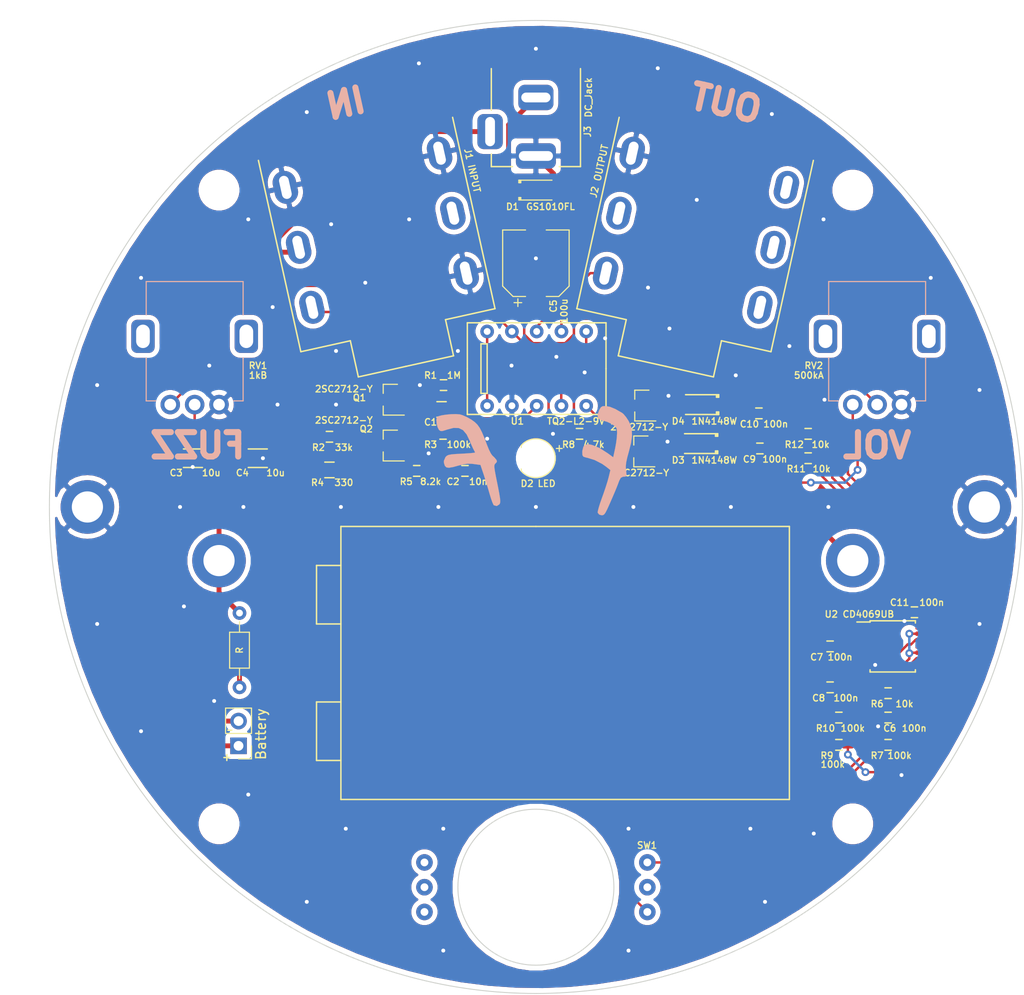
<source format=kicad_pcb>
(kicad_pcb (version 20171130) (host pcbnew "(5.1.6)-1")
  (layers (0 F.Cu signal) (31 B.Cu signal) (34 B.Paste user) (35 F.Paste user) (36 B.SilkS user) (37 F.SilkS user) (38 B.Mask user) (39 F.Mask user) (44 Edge.Cuts user))
  (net 0 "")
  (net 1 "Net-(BT1-Pad1)")
  (net 2 /BATT-)
  (net 3 "Net-(C1-Pad1)")
  (net 4 "Net-(C1-Pad2)")
  (net 5 "Net-(C2-Pad1)")
  (net 6 "Net-(C2-Pad2)")
  (net 7 "Net-(C3-Pad1)")
  (net 8 GND)
  (net 9 +9V)
  (net 10 "Net-(C6-Pad1)")
  (net 11 "Net-(C7-Pad2)")
  (net 12 "Net-(C7-Pad1)")
  (net 13 "Net-(C8-Pad2)")
  (net 14 "Net-(C8-Pad1)")
  (net 15 "Net-(C9-Pad2)")
  (net 16 "Net-(C9-Pad1)")
  (net 17 "Net-(C10-Pad1)")
  (net 18 "Net-(C10-Pad2)")
  (net 19 "Net-(D2-Pad2)")
  (net 20 "Net-(J1-PadT)")
  (net 21 "Net-(J1-PadRN)")
  (net 22 "Net-(J2-PadSN)")
  (net 23 "Net-(J2-PadRN)")
  (net 24 "Net-(J2-PadR)")
  (net 25 "Net-(J2-PadT)")
  (net 26 "Net-(J2-PadTN)")
  (net 27 "Net-(Q1-Pad3)")
  (net 28 "Net-(Q2-Pad2)")
  (net 29 "Net-(Q2-Pad3)")
  (net 30 "Net-(R6-Pad1)")
  (net 31 "Net-(R6-Pad2)")
  (net 32 "Net-(R7-Pad1)")
  (net 33 "Net-(R11-Pad2)")
  (net 34 "Net-(R12-Pad2)")
  (net 35 "Net-(RV2-Pad2)")
  (module myFoot:my_SW_hanged (layer F.Cu) (at 150 139)
    (fp_text reference SW1 (at 11.4 -4.3) (layer F.SilkS) (effects (font (size 0.67 0.67) (thickness 0.127))))
    (fp_text value FS hide)
    (pad 1 thru_hole circle (at 11.43 -2.54) (size 1.7 1.7) (drill 0.8) (layers *.Cu *.Mask) (net 10 "Net-(C6-Pad1)"))
    (pad "" thru_hole circle (at 11.43 0) (size 1.7 1.7) (drill 0.8) (layers *.Cu *.Mask))
    (pad 2 thru_hole circle (at 11.43 2.54) (size 1.7 1.7) (drill 0.8) (layers *.Cu *.Mask) (net 31 "Net-(R6-Pad2)"))
    (pad "" thru_hole circle (at -11.43 2.54) (size 1.7 1.7) (drill 0.8) (layers *.Cu *.Mask))
    (pad "" thru_hole circle (at -11.43 0) (size 1.7 1.7) (drill 0.8) (layers *.Cu *.Mask))
    (pad "" thru_hole circle (at -11.43 -2.54) (size 1.7 1.7) (drill 0.8) (layers *.Cu *.Mask))
  )
  (module myFoot:f_f (layer B.Cu) (at 150 95.4 181)
    (fp_text reference G*** hide)
    (fp_text value LOGO hide)
  )
  (module myFoot:my_Phone_Jack_Daier (layer F.Cu) (at 131 60 282.5)
    (fp_text reference J1 (at 6.328844 -10.990711 102.5) (layer F.SilkS) (effects (font (size 0.67 0.67) (thickness 0.127))))
    (fp_text value INPUT (at 8.9 -11 102.5) (layer F.SilkS) (effects (font (size 0.67 0.67) (thickness 0.127))))
    (pad TN thru_hole oval (at 18.2 -8.1 282.5) (size 3.4 2.4) (drill oval 2.4 1) (layers *.Cu *.Mask) (net 8 GND))
    (pad T thru_hole oval (at 18.2 8.1 282.5) (size 3.4 2.4) (drill oval 2.4 1) (layers *.Cu *.Mask) (net 20 "Net-(J1-PadT)"))
    (pad R thru_hole oval (at 11.9 8.1 282.5) (size 3.4 2.4) (drill oval 2.4 1) (layers *.Cu *.Mask) (net 2 /BATT-))
    (pad S thru_hole oval (at 5.6 8.1 282.5) (size 3.4 2.4) (drill oval 2.4 1) (layers *.Cu *.Mask) (net 8 GND))
    (pad RN thru_hole oval (at 11.9 -8.1 282.5) (size 3.4 2.4) (drill oval 2.4 1) (layers *.Cu *.Mask) (net 21 "Net-(J1-PadRN)"))
    (pad SN thru_hole oval (at 5.6 -8.1 282.5) (size 3.4 2.4) (drill oval 2.4 1) (layers *.Cu *.Mask) (net 8 GND))
  )
  (module myFoot:my_R_P7.62mm_Horizontal (layer F.Cu) (at 119.6 118.5 90)
    (fp_text reference REF** hide)
    (fp_text value R (at 3.8 0 90) (layer F.SilkS) (effects (font (size 0.67 0.67) (thickness 0.127))))
    (pad 2 thru_hole oval (at 7.62 0 90) (size 1.4 1.4) (drill 0.7) (layers *.Cu *.Mask) (net 9 +9V))
    (pad 1 thru_hole circle (at 0 0 90) (size 1.4 1.4) (drill 0.7) (layers *.Cu *.Mask) (net 27 "Net-(Q1-Pad3)"))
  )
  (module MountingHole:MountingHole_3.2mm_M3_ISO14580_Pad (layer F.Cu) (at 182.5 105.5)
    (fp_text reference * hide)
    (fp_text value m hide)
    (pad 1 thru_hole circle (at 0 0) (size 5.5 5.5) (drill 3.2) (layers *.Cu *.Mask) (net 27 "Net-(Q1-Pad3)"))
  )
  (module MountingHole:MountingHole_3.2mm_M3_ISO14580_Pad (layer F.Cu) (at 117.5 105.5)
    (fp_text reference * hide)
    (fp_text value m hide)
    (pad 1 thru_hole circle (at 0 0) (size 5.5 5.5) (drill 3.2) (layers *.Cu *.Mask) (net 9 +9V))
  )
  (module MountingHole:MountingHole_3.2mm_M3 (layer F.Cu) (at 182.5 67.5)
    (fp_text reference * hide)
    (fp_text value m hide)
    (pad 1 np_thru_hole circle (at 0 0) (size 3.2 3.2) (drill 3.2) (layers *.Cu *.Mask))
  )
  (module MountingHole:MountingHole_3.2mm_M3 (layer F.Cu) (at 117.5 67.5)
    (fp_text reference * hide)
    (fp_text value m hide)
    (pad 1 np_thru_hole circle (at 0 0) (size 3.2 3.2) (drill 3.2) (layers *.Cu *.Mask))
  )
  (module MountingHole:MountingHole_3.2mm_M3 (layer F.Cu) (at 117.5 132.5)
    (fp_text reference * hide)
    (fp_text value m hide)
    (pad 1 np_thru_hole circle (at 0 0) (size 3.2 3.2) (drill 3.2) (layers *.Cu *.Mask))
  )
  (module MountingHole:MountingHole_3.2mm_M3_ISO14580_Pad (layer F.Cu) (at 196 100)
    (fp_text reference * hide)
    (fp_text value m hide)
    (pad 1 thru_hole circle (at 0 0) (size 5.5 5.5) (drill 3.2) (layers *.Cu *.Mask) (net 8 GND))
  )
  (module MountingHole:MountingHole_3.2mm_M3_ISO14580_Pad (layer F.Cu) (at 104 100)
    (fp_text reference * hide)
    (fp_text value m hide)
    (pad 1 thru_hole circle (at 0 0) (size 5.5 5.5) (drill 3.2) (layers *.Cu *.Mask) (net 8 GND))
  )
  (module MountingHole:MountingHole_3.2mm_M3 (layer F.Cu) (at 182.5 132.5)
    (fp_text reference * hide)
    (fp_text value m hide)
    (pad 1 np_thru_hole circle (at 0 0) (size 3.2 3.2) (drill 3.2) (layers *.Cu *.Mask))
  )
  (module myFoot:my_DC_Jack (layer F.Cu) (at 150 50.5 270)
    (fp_text reference J3 (at 11 -5.3 90) (layer F.SilkS) (effects (font (size 0.67 0.67) (thickness 0.127))))
    (fp_text value DC_Jack (at 7.5 -5.4 90) (layer F.SilkS) (effects (font (size 0.67 0.67) (thickness 0.127))))
    (pad 3 thru_hole roundrect (at 11 4.7 270) (size 3.6 2.6) (drill oval 3 1) (layers *.Cu *.Mask) (net 1 "Net-(BT1-Pad1)"))
    (pad 2 thru_hole roundrect (at 7.5 0 270) (size 2.6 3.6) (drill oval 1 3) (layers *.Cu *.Mask) (net 9 +9V))
    (pad 1 thru_hole roundrect (at 13.5 0 270) (size 2.6 4.1) (drill oval 1 3.5) (layers *.Cu *.Mask) (net 8 GND))
  )
  (module Connector_PinHeader_2.54mm:PinHeader_1x02_P2.54mm_Vertical (layer F.Cu) (at 119.5 124.5 180)
    (fp_text reference BT1 hide)
    (fp_text value Battery (at -2.3 1.2 90) (layer F.SilkS))
    (pad 2 thru_hole oval (at 0 2.54 180) (size 1.7 1.7) (drill 1) (layers *.Cu *.Mask) (net 2 /BATT-))
    (pad 1 thru_hole rect (at 0 0 180) (size 1.7 1.7) (drill 1) (layers *.Cu *.Mask) (net 1 "Net-(BT1-Pad1)"))
  )
  (module "myFoot:my_C_1608(0603)_HandSoldering" (layer F.Cu) (at 142.7 96.3 180)
    (fp_text reference C2 (at 1.2 -1.1) (layer F.SilkS) (effects (font (size 0.67 0.67) (thickness 0.127))))
    (fp_text value 10n (at -1.4 -1.1) (layer F.SilkS) (effects (font (size 0.67 0.67) (thickness 0.127))))
    (pad 2 smd roundrect (at 0.95 0 180) (size 1.2 0.75) (layers F.Cu F.Paste F.Mask) (net 6 "Net-(C2-Pad2)"))
    (pad 1 smd roundrect (at -0.95 0 180) (size 1.2 0.75) (layers F.Cu F.Paste F.Mask) (net 5 "Net-(C2-Pad1)"))
  )
  (module "myFoot:my_C_3216(1206)_HandSoldering" (layer F.Cu) (at 114.8 95 180)
    (fp_text reference C3 (at 1.7 -1.5) (layer F.SilkS) (effects (font (size 0.67 0.67) (thickness 0.127))))
    (fp_text value 10u (at -1.9 -1.5) (layer F.SilkS) (effects (font (size 0.67 0.67) (thickness 0.127))))
    (pad 2 smd roundrect (at 1.7 0 180) (size 1.4 1.6) (layers F.Cu F.Paste F.Mask) (net 8 GND))
    (pad 1 smd roundrect (at -1.7 0 180) (size 1.4 1.6) (layers F.Cu F.Paste F.Mask) (net 7 "Net-(C3-Pad1)"))
  )
  (module "myFoot:my_C_3216(1206)_HandSoldering" (layer F.Cu) (at 121.5 95)
    (fp_text reference C4 (at -1.6 1.5) (layer F.SilkS) (effects (font (size 0.67 0.67) (thickness 0.127))))
    (fp_text value 10u (at 1.8 1.5) (layer F.SilkS) (effects (font (size 0.67 0.67) (thickness 0.127))))
    (pad 2 smd roundrect (at 1.7 0) (size 1.4 1.6) (layers F.Cu F.Paste F.Mask) (net 8 GND))
    (pad 1 smd roundrect (at -1.7 0) (size 1.4 1.6) (layers F.Cu F.Paste F.Mask) (net 7 "Net-(C3-Pad1)"))
  )
  (module myFoot:my_C_Elec_6.3 (layer F.Cu) (at 150 75 90)
    (fp_text reference C5 (at -4.4 1.8 90) (layer F.SilkS) (effects (font (size 0.67 0.67) (thickness 0.127))))
    (fp_text value 100u (at -4.9 2.9 90) (layer F.SilkS) (effects (font (size 0.67 0.67) (thickness 0.127))))
    (pad 2 smd roundrect (at 2.8 0 90) (size 3.5 1.6) (layers F.Cu F.Paste F.Mask) (roundrect_rratio 0.15625) (net 8 GND))
    (pad 1 smd roundrect (at -2.8 0 90) (size 3.5 1.6) (layers F.Cu F.Paste F.Mask) (roundrect_rratio 0.15625) (net 9 +9V))
  )
  (module "myFoot:my_C_1608(0603)_HandSoldering" (layer F.Cu) (at 186.1 121.6 180)
    (fp_text reference C6 (at -0.2 -1.1) (layer F.SilkS) (effects (font (size 0.67 0.67) (thickness 0.127))))
    (fp_text value 100n (at -2.7 -1.1) (layer F.SilkS) (effects (font (size 0.67 0.67) (thickness 0.127))))
    (pad 2 smd roundrect (at 0.95 0 180) (size 1.2 0.75) (layers F.Cu F.Paste F.Mask) (net 8 GND))
    (pad 1 smd roundrect (at -0.95 0 180) (size 1.2 0.75) (layers F.Cu F.Paste F.Mask) (net 10 "Net-(C6-Pad1)"))
  )
  (module "myFoot:my_C_1608(0603)_HandSoldering" (layer F.Cu) (at 180.2 114.3)
    (fp_text reference C7 (at -1.4 1.1) (layer F.SilkS) (effects (font (size 0.67 0.67) (thickness 0.127))))
    (fp_text value 100n (at 1 1.1) (layer F.SilkS) (effects (font (size 0.67 0.67) (thickness 0.127))))
    (pad 2 smd roundrect (at 0.95 0) (size 1.2 0.75) (layers F.Cu F.Paste F.Mask) (net 11 "Net-(C7-Pad2)"))
    (pad 1 smd roundrect (at -0.95 0) (size 1.2 0.75) (layers F.Cu F.Paste F.Mask) (net 12 "Net-(C7-Pad1)"))
  )
  (module "myFoot:my_C_1608(0603)_HandSoldering" (layer F.Cu) (at 180.15 118.5 180)
    (fp_text reference C8 (at 1.15 -1.1) (layer F.SilkS) (effects (font (size 0.67 0.67) (thickness 0.127))))
    (fp_text value 100n (at -1.65 -1.1) (layer F.SilkS) (effects (font (size 0.67 0.67) (thickness 0.127))))
    (pad 2 smd roundrect (at 0.95 0 180) (size 1.2 0.75) (layers F.Cu F.Paste F.Mask) (net 13 "Net-(C8-Pad2)"))
    (pad 1 smd roundrect (at -0.95 0 180) (size 1.2 0.75) (layers F.Cu F.Paste F.Mask) (net 14 "Net-(C8-Pad1)"))
  )
  (module "myFoot:my_C_1608(0603)_HandSoldering" (layer F.Cu) (at 173 94)
    (fp_text reference C9 (at -1.1 1.1) (layer F.SilkS) (effects (font (size 0.67 0.67) (thickness 0.127))))
    (fp_text value 100n (at 1.5 1.1) (layer F.SilkS) (effects (font (size 0.67 0.67) (thickness 0.127))))
    (pad 2 smd roundrect (at 0.95 0) (size 1.2 0.75) (layers F.Cu F.Paste F.Mask) (net 15 "Net-(C9-Pad2)"))
    (pad 1 smd roundrect (at -0.95 0) (size 1.2 0.75) (layers F.Cu F.Paste F.Mask) (net 16 "Net-(C9-Pad1)"))
  )
  (module "myFoot:my_C_1608(0603)_HandSoldering" (layer F.Cu) (at 172.9 90.4)
    (fp_text reference C10 (at -1 1.1) (layer F.SilkS) (effects (font (size 0.67 0.67) (thickness 0.127))))
    (fp_text value 100n (at 1.7 1.1) (layer F.SilkS) (effects (font (size 0.67 0.67) (thickness 0.127))))
    (pad 2 smd roundrect (at 0.95 0) (size 1.2 0.75) (layers F.Cu F.Paste F.Mask) (net 18 "Net-(C10-Pad2)"))
    (pad 1 smd roundrect (at -0.95 0) (size 1.2 0.75) (layers F.Cu F.Paste F.Mask) (net 17 "Net-(C10-Pad1)"))
  )
  (module "myFoot:my_C_1608(0603)_HandSoldering" (layer F.Cu) (at 188.8 110.8 180)
    (fp_text reference C11 (at 1.5 1) (layer F.SilkS) (effects (font (size 0.67 0.67) (thickness 0.127))))
    (fp_text value 100n (at -1.8 1) (layer F.SilkS) (effects (font (size 0.67 0.67) (thickness 0.127))))
    (pad 2 smd roundrect (at 0.95 0 180) (size 1.2 0.75) (layers F.Cu F.Paste F.Mask) (net 8 GND))
    (pad 1 smd roundrect (at -0.95 0 180) (size 1.2 0.75) (layers F.Cu F.Paste F.Mask) (net 9 +9V))
  )
  (module myFoot:my_D_GS1010FL (layer F.Cu) (at 150 67.5)
    (fp_text reference D1 (at -2.4 1.7) (layer F.SilkS) (effects (font (size 0.67 0.67) (thickness 0.127))))
    (fp_text value GS1010FL (at 1.5 1.7) (layer F.SilkS) (effects (font (size 0.67 0.67) (thickness 0.127))))
    (pad 2 smd roundrect (at 1.8 0) (size 1.2 1.2) (layers F.Cu F.Paste F.Mask) (net 8 GND))
    (pad 1 smd roundrect (at -1.8 0) (size 1.2 1.2) (layers F.Cu F.Paste F.Mask) (net 9 +9V))
  )
  (module myFoot:my_D_SOD-123 (layer F.Cu) (at 166.9 93.5 180)
    (fp_text reference D3 (at 2.3 -1.7) (layer F.SilkS) (effects (font (size 0.67 0.67) (thickness 0.127))))
    (fp_text value 1N4148W (at -1.4 -1.7) (layer F.SilkS) (effects (font (size 0.67 0.67) (thickness 0.127))))
    (pad 2 smd roundrect (at 1.8 0 180) (size 1.2 1) (layers F.Cu F.Paste F.Mask) (net 16 "Net-(C9-Pad1)"))
    (pad 1 smd roundrect (at -1.8 0 180) (size 1.2 1) (layers F.Cu F.Paste F.Mask) (net 9 +9V))
  )
  (module myFoot:my_D_SOD-123 (layer F.Cu) (at 167 89.5 180)
    (fp_text reference D4 (at 2.4 -1.7) (layer F.SilkS) (effects (font (size 0.67 0.67) (thickness 0.127))))
    (fp_text value 1N4148W (at -1.3 -1.7) (layer F.SilkS) (effects (font (size 0.67 0.67) (thickness 0.127))))
    (pad 2 smd roundrect (at 1.8 0 180) (size 1.2 1) (layers F.Cu F.Paste F.Mask) (net 17 "Net-(C10-Pad1)"))
    (pad 1 smd roundrect (at -1.8 0 180) (size 1.2 1) (layers F.Cu F.Paste F.Mask) (net 9 +9V))
  )
  (module myFoot:my_SOT-23 (layer F.Cu) (at 135.1 89 180)
    (fp_text reference Q1 (at 3.2 0.2) (layer F.SilkS) (effects (font (size 0.67 0.67) (thickness 0.127))))
    (fp_text value 2SC2712-Y (at 4.8 1.1) (layer F.SilkS) (effects (font (size 0.67 0.67) (thickness 0.127))))
    (pad 3 smd roundrect (at 1.3 0 180) (size 1.5 0.8) (layers F.Cu F.Paste F.Mask) (net 27 "Net-(Q1-Pad3)"))
    (pad 2 smd roundrect (at -1.3 0.95 180) (size 1.5 0.8) (layers F.Cu F.Paste F.Mask) (net 8 GND))
    (pad 1 smd roundrect (at -1.3 -0.95 180) (size 1.5 0.8) (layers F.Cu F.Paste F.Mask) (net 3 "Net-(C1-Pad1)"))
  )
  (module myFoot:my_SOT-23 (layer F.Cu) (at 135.1 93.7 180)
    (fp_text reference Q2 (at 2.5 1.7) (layer F.SilkS) (effects (font (size 0.67 0.67) (thickness 0.127))))
    (fp_text value 2SC2712-Y (at 4.8 2.6) (layer F.SilkS) (effects (font (size 0.67 0.67) (thickness 0.127))))
    (pad 3 smd roundrect (at 1.3 0 180) (size 1.5 0.8) (layers F.Cu F.Paste F.Mask) (net 29 "Net-(Q2-Pad3)"))
    (pad 2 smd roundrect (at -1.3 0.95 180) (size 1.5 0.8) (layers F.Cu F.Paste F.Mask) (net 28 "Net-(Q2-Pad2)"))
    (pad 1 smd roundrect (at -1.3 -0.95 180) (size 1.5 0.8) (layers F.Cu F.Paste F.Mask) (net 27 "Net-(Q1-Pad3)"))
  )
  (module "myFoot:my_C_1608(0603)_HandSoldering" (layer F.Cu) (at 140.5 87.5 180)
    (fp_text reference R1 (at 1.3 1) (layer F.SilkS) (effects (font (size 0.67 0.67) (thickness 0.127))))
    (fp_text value 1M (at -1.1 1) (layer F.SilkS) (effects (font (size 0.67 0.67) (thickness 0.127))))
    (pad 2 smd roundrect (at 0.95 0 180) (size 1.2 0.75) (layers F.Cu F.Paste F.Mask) (net 8 GND))
    (pad 1 smd roundrect (at -0.95 0 180) (size 1.2 0.75) (layers F.Cu F.Paste F.Mask) (net 4 "Net-(C1-Pad2)"))
  )
  (module "myFoot:my_C_1608(0603)_HandSoldering" (layer F.Cu) (at 128.85 92.8)
    (fp_text reference R2 (at -1.15 1.1) (layer F.SilkS) (effects (font (size 0.67 0.67) (thickness 0.127))))
    (fp_text value 33k (at 1.45 1.1) (layer F.SilkS) (effects (font (size 0.67 0.67) (thickness 0.127))))
    (pad 2 smd roundrect (at 0.95 0) (size 1.2 0.75) (layers F.Cu F.Paste F.Mask) (net 27 "Net-(Q1-Pad3)"))
    (pad 1 smd roundrect (at -0.95 0) (size 1.2 0.75) (layers F.Cu F.Paste F.Mask) (net 9 +9V))
  )
  (module "myFoot:my_C_1608(0603)_HandSoldering" (layer F.Cu) (at 140.45 92.5 180)
    (fp_text reference R3 (at 1.25 -1.1) (layer F.SilkS) (effects (font (size 0.67 0.67) (thickness 0.127))))
    (fp_text value 100k (at -1.65 -1.1) (layer F.SilkS) (effects (font (size 0.67 0.67) (thickness 0.127))))
    (pad 2 smd roundrect (at 0.95 0 180) (size 1.2 0.75) (layers F.Cu F.Paste F.Mask) (net 3 "Net-(C1-Pad1)"))
    (pad 1 smd roundrect (at -0.95 0 180) (size 1.2 0.75) (layers F.Cu F.Paste F.Mask) (net 28 "Net-(Q2-Pad2)"))
  )
  (module "myFoot:my_C_2012(0805)_HandSoldering" (layer F.Cu) (at 128.85 96.2)
    (fp_text reference R4 (at -1.25 1.3) (layer F.SilkS) (effects (font (size 0.67 0.67) (thickness 0.127))))
    (fp_text value 330 (at 1.45 1.3) (layer F.SilkS) (effects (font (size 0.67 0.67) (thickness 0.127))))
    (pad 2 smd roundrect (at 1.15 0) (size 1.3 1.25) (layers F.Cu F.Paste F.Mask) (net 6 "Net-(C2-Pad2)"))
    (pad 1 smd roundrect (at -1.15 0) (size 1.3 1.25) (layers F.Cu F.Paste F.Mask) (net 9 +9V))
  )
  (module "myFoot:my_C_1608(0603)_HandSoldering" (layer F.Cu) (at 137.75 96.3 180)
    (fp_text reference R5 (at 1.05 -1.1) (layer F.SilkS) (effects (font (size 0.67 0.67) (thickness 0.127))))
    (fp_text value 8.2k (at -1.45 -1.1) (layer F.SilkS) (effects (font (size 0.67 0.67) (thickness 0.127))))
    (pad 2 smd roundrect (at 0.95 0 180) (size 1.2 0.75) (layers F.Cu F.Paste F.Mask) (net 29 "Net-(Q2-Pad3)"))
    (pad 1 smd roundrect (at -0.95 0 180) (size 1.2 0.75) (layers F.Cu F.Paste F.Mask) (net 6 "Net-(C2-Pad2)"))
  )
  (module "myFoot:my_C_1608(0603)_HandSoldering" (layer F.Cu) (at 186.15 119.1)
    (fp_text reference R6 (at -1.15 1.1) (layer F.SilkS) (effects (font (size 0.67 0.67) (thickness 0.127))))
    (fp_text value 10k (at 1.65 1.1) (layer F.SilkS) (effects (font (size 0.67 0.67) (thickness 0.127))))
    (pad 2 smd roundrect (at 0.95 0) (size 1.2 0.75) (layers F.Cu F.Paste F.Mask) (net 31 "Net-(R6-Pad2)"))
    (pad 1 smd roundrect (at -0.95 0) (size 1.2 0.75) (layers F.Cu F.Paste F.Mask) (net 30 "Net-(R6-Pad1)"))
  )
  (module "myFoot:my_C_1608(0603)_HandSoldering" (layer F.Cu) (at 186.1 124.4 180)
    (fp_text reference R7 (at 1.1 -1.1) (layer F.SilkS) (effects (font (size 0.67 0.67) (thickness 0.127))))
    (fp_text value 100k (at -1.2 -1.1) (layer F.SilkS) (effects (font (size 0.67 0.67) (thickness 0.127))))
    (pad 2 smd roundrect (at 0.95 0 180) (size 1.2 0.75) (layers F.Cu F.Paste F.Mask) (net 10 "Net-(C6-Pad1)"))
    (pad 1 smd roundrect (at -0.95 0 180) (size 1.2 0.75) (layers F.Cu F.Paste F.Mask) (net 32 "Net-(R7-Pad1)"))
  )
  (module "myFoot:my_C_1608(0603)_HandSoldering" (layer F.Cu) (at 154.5 92.5)
    (fp_text reference R8 (at -1.15 1.1) (layer F.SilkS) (effects (font (size 0.67 0.67) (thickness 0.127))))
    (fp_text value 4.7k (at 1.45 1.1) (layer F.SilkS) (effects (font (size 0.67 0.67) (thickness 0.127))))
    (pad 2 smd roundrect (at 0.95 0) (size 1.2 0.75) (layers F.Cu F.Paste F.Mask) (net 13 "Net-(C8-Pad2)"))
    (pad 1 smd roundrect (at -0.95 0) (size 1.2 0.75) (layers F.Cu F.Paste F.Mask) (net 19 "Net-(D2-Pad2)"))
  )
  (module "myFoot:my_C_1608(0603)_HandSoldering" (layer F.Cu) (at 181.05 124.4 180)
    (fp_text reference R9 (at 1.2 -1.1) (layer F.SilkS) (effects (font (size 0.67 0.67) (thickness 0.127))))
    (fp_text value 100k (at 0.6 -2) (layer F.SilkS) (effects (font (size 0.67 0.67) (thickness 0.127))))
    (pad 2 smd roundrect (at 0.95 0 180) (size 1.2 0.75) (layers F.Cu F.Paste F.Mask) (net 12 "Net-(C7-Pad1)"))
    (pad 1 smd roundrect (at -0.95 0 180) (size 1.2 0.75) (layers F.Cu F.Paste F.Mask) (net 9 +9V))
  )
  (module "myFoot:my_C_1608(0603)_HandSoldering" (layer F.Cu) (at 181.05 121.6 180)
    (fp_text reference R10 (at 1.35 -1.1) (layer F.SilkS) (effects (font (size 0.67 0.67) (thickness 0.127))))
    (fp_text value 100k (at -1.45 -1.1) (layer F.SilkS) (effects (font (size 0.67 0.67) (thickness 0.127))))
    (pad 2 smd roundrect (at 0.95 0 180) (size 1.2 0.75) (layers F.Cu F.Paste F.Mask) (net 14 "Net-(C8-Pad1)"))
    (pad 1 smd roundrect (at -0.95 0 180) (size 1.2 0.75) (layers F.Cu F.Paste F.Mask) (net 9 +9V))
  )
  (module "myFoot:my_C_1608(0603)_HandSoldering" (layer F.Cu) (at 177.95 95)
    (fp_text reference R11 (at -1.25 1.1) (layer F.SilkS) (effects (font (size 0.67 0.67) (thickness 0.127))))
    (fp_text value 10k (at 1.35 1.1) (layer F.SilkS) (effects (font (size 0.67 0.67) (thickness 0.127))))
    (pad 2 smd roundrect (at 0.95 0) (size 1.2 0.75) (layers F.Cu F.Paste F.Mask) (net 33 "Net-(R11-Pad2)"))
    (pad 1 smd roundrect (at -0.95 0) (size 1.2 0.75) (layers F.Cu F.Paste F.Mask) (net 15 "Net-(C9-Pad2)"))
  )
  (module "myFoot:my_C_1608(0603)_HandSoldering" (layer F.Cu) (at 177.95 92.5)
    (fp_text reference R12 (at -1.45 1.1) (layer F.SilkS) (effects (font (size 0.67 0.67) (thickness 0.127))))
    (fp_text value 10k (at 1.25 1.1) (layer F.SilkS) (effects (font (size 0.67 0.67) (thickness 0.127))))
    (pad 2 smd roundrect (at 0.95 0) (size 1.2 0.75) (layers F.Cu F.Paste F.Mask) (net 34 "Net-(R12-Pad2)"))
    (pad 1 smd roundrect (at -0.95 0) (size 1.2 0.75) (layers F.Cu F.Paste F.Mask) (net 18 "Net-(C10-Pad2)"))
  )
  (module myFoot:my_Pot_PTV09A-4 (layer B.Cu) (at 115 82.5 90)
    (fp_text reference RV1 (at -3 6.5 -180) (layer F.SilkS) (effects (font (size 0.67 0.67) (thickness 0.127))))
    (fp_text value 1kB (at -4 6.5) (layer F.SilkS) (effects (font (size 0.67 0.67) (thickness 0.127))))
    (pad "" thru_hole roundrect (at 0 5.3 90) (size 3.4 2.4) (drill oval 2.4 1.4) (layers *.Cu *.Mask))
    (pad "" thru_hole roundrect (at 0 -5.3 90) (size 3.4 2.4) (drill oval 2.4 1.4) (layers *.Cu *.Mask))
    (pad 3 thru_hole circle (at -7 -2.5 90) (size 2 2) (drill 1.2) (layers *.Cu *.Mask) (net 28 "Net-(Q2-Pad2)"))
    (pad 2 thru_hole circle (at -7 0 90) (size 2 2) (drill 1.2) (layers *.Cu *.Mask) (net 7 "Net-(C3-Pad1)"))
    (pad 1 thru_hole circle (at -7 2.5 90) (size 2 2) (drill 1.2) (layers *.Cu *.Mask) (net 8 GND))
  )
  (module myFoot:my_Pot_PTV09A-4 (layer B.Cu) (at 185 82.5 90)
    (fp_text reference RV2 (at -3 -6.5) (layer F.SilkS) (effects (font (size 0.67 0.67) (thickness 0.127))))
    (fp_text value 500kA (at -4 -7) (layer F.SilkS) (effects (font (size 0.67 0.67) (thickness 0.127))))
    (pad "" thru_hole roundrect (at 0 5.3 90) (size 3.4 2.4) (drill oval 2.4 1.4) (layers *.Cu *.Mask))
    (pad "" thru_hole roundrect (at 0 -5.3 90) (size 3.4 2.4) (drill oval 2.4 1.4) (layers *.Cu *.Mask))
    (pad 3 thru_hole circle (at -7 -2.5 90) (size 2 2) (drill 1.2) (layers *.Cu *.Mask) (net 5 "Net-(C2-Pad1)"))
    (pad 2 thru_hole circle (at -7 0 90) (size 2 2) (drill 1.2) (layers *.Cu *.Mask) (net 35 "Net-(RV2-Pad2)"))
    (pad 1 thru_hole circle (at -7 2.5 90) (size 2 2) (drill 1.2) (layers *.Cu *.Mask) (net 8 GND))
  )
  (module myFoot:EA2-5TNAG (layer F.Cu) (at 145 82)
    (fp_text reference U1 (at 3.1 9.2) (layer F.SilkS) (effects (font (size 0.67 0.67) (thickness 0.127))))
    (fp_text value TQ2-L2-9V (at 9.1 9.2) (layer F.SilkS) (effects (font (size 0.67 0.67) (thickness 0.127))))
    (pad 2 thru_hole oval (at 2.54 7.62) (size 1.4 1.4) (drill 0.7) (layers *.Cu *.Mask) (net 8 GND))
    (pad 3 thru_hole oval (at 5.08 7.62) (size 1.4 1.4) (drill 0.7) (layers *.Cu *.Mask) (net 4 "Net-(C1-Pad2)"))
    (pad 9 thru_hole oval (at 2.54 0) (size 1.4 1.4) (drill 0.7) (layers *.Cu *.Mask) (net 20 "Net-(J1-PadT)"))
    (pad 10 thru_hole circle (at 0 0) (size 1.4 1.4) (drill 0.7) (layers *.Cu *.Mask) (net 9 +9V))
    (pad 4 thru_hole oval (at 7.62 7.62) (size 1.4 1.4) (drill 0.7) (layers *.Cu *.Mask) (net 20 "Net-(J1-PadT)"))
    (pad 5 thru_hole oval (at 10.16 7.62) (size 1.4 1.4) (drill 0.7) (layers *.Cu *.Mask) (net 16 "Net-(C9-Pad1)"))
    (pad 1 thru_hole oval (at 0 7.62) (size 1.4 1.4) (drill 0.7) (layers *.Cu *.Mask) (net 9 +9V))
    (pad 8 thru_hole oval (at 5.08 0) (size 1.4 1.4) (drill 0.7) (layers *.Cu *.Mask) (net 25 "Net-(J2-PadT)"))
    (pad 7 thru_hole oval (at 7.62 0) (size 1.4 1.4) (drill 0.7) (layers *.Cu *.Mask) (net 35 "Net-(RV2-Pad2)"))
    (pad 6 thru_hole oval (at 10.16 0) (size 1.4 1.4) (drill 0.7) (layers *.Cu *.Mask) (net 17 "Net-(C10-Pad1)"))
  )
  (module myFoot:my_TSSOP-14 (layer F.Cu) (at 186.6 114.3)
    (fp_text reference U2 (at -6.3 -3.3) (layer F.SilkS) (effects (font (size 0.67 0.67) (thickness 0.127))))
    (fp_text value CD4069UB (at -2.5 -3.3) (layer F.SilkS) (effects (font (size 0.67 0.67) (thickness 0.127))))
    (pad 14 smd roundrect (at 3.15 -1.95) (size 1.65 0.45) (layers F.Cu F.Paste F.Mask) (net 9 +9V))
    (pad 13 smd roundrect (at 3.15 -1.3) (size 1.65 0.45) (layers F.Cu F.Paste F.Mask) (net 30 "Net-(R6-Pad1)"))
    (pad 12 smd roundrect (at 3.15 -0.65) (size 1.65 0.45) (layers F.Cu F.Paste F.Mask) (net 13 "Net-(C8-Pad2)"))
    (pad 11 smd roundrect (at 3.15 0) (size 1.65 0.45) (layers F.Cu F.Paste F.Mask) (net 32 "Net-(R7-Pad1)"))
    (pad 10 smd roundrect (at 3.15 0.65) (size 1.65 0.45) (layers F.Cu F.Paste F.Mask) (net 30 "Net-(R6-Pad1)"))
    (pad 9 smd roundrect (at 3.15 1.3) (size 1.65 0.45) (layers F.Cu F.Paste F.Mask) (net 31 "Net-(R6-Pad2)"))
    (pad 8 smd roundrect (at 3.15 1.95) (size 1.65 0.45) (layers F.Cu F.Paste F.Mask) (net 32 "Net-(R7-Pad1)"))
    (pad 7 smd roundrect (at -3.15 1.95) (size 1.65 0.45) (layers F.Cu F.Paste F.Mask) (net 8 GND))
    (pad 6 smd roundrect (at -3.15 1.3) (size 1.65 0.45) (layers F.Cu F.Paste F.Mask) (net 34 "Net-(R12-Pad2)"))
    (pad 5 smd roundrect (at -3.15 0.65) (size 1.65 0.45) (layers F.Cu F.Paste F.Mask) (net 14 "Net-(C8-Pad1)"))
    (pad 4 smd roundrect (at -3.15 0) (size 1.65 0.45) (layers F.Cu F.Paste F.Mask) (net 11 "Net-(C7-Pad2)"))
    (pad 3 smd roundrect (at -3.15 -0.65) (size 1.65 0.45) (layers F.Cu F.Paste F.Mask) (net 13 "Net-(C8-Pad2)"))
    (pad 2 smd roundrect (at -3.15 -1.3) (size 1.65 0.45) (layers F.Cu F.Paste F.Mask) (net 33 "Net-(R11-Pad2)"))
    (pad 1 smd roundrect (at -3.15 -1.95) (size 1.65 0.45) (layers F.Cu F.Paste F.Mask) (net 12 "Net-(C7-Pad1)"))
  )
  (module myFoot:my_SOT-23 (layer F.Cu) (at 160.8 94.3 180)
    (fp_text reference Q3 (at 2.5 -1.2) (layer F.SilkS) (effects (font (size 0.67 0.67) (thickness 0.127))))
    (fp_text value 2SC2712-Y (at 0.1 -2.2) (layer F.SilkS) (effects (font (size 0.67 0.67) (thickness 0.127))))
    (pad 3 smd roundrect (at 1.3 0 180) (size 1.5 0.8) (layers F.Cu F.Paste F.Mask) (net 16 "Net-(C9-Pad1)"))
    (pad 2 smd roundrect (at -1.3 0.95 180) (size 1.5 0.8) (layers F.Cu F.Paste F.Mask) (net 8 GND))
    (pad 1 smd roundrect (at -1.3 -0.95 180) (size 1.5 0.8) (layers F.Cu F.Paste F.Mask) (net 15 "Net-(C9-Pad2)"))
  )
  (module myFoot:my_SOT-23 (layer F.Cu) (at 160.9 89.6 180)
    (fp_text reference Q4 (at 2.6 -1.2) (layer F.SilkS) (effects (font (size 0.67 0.67) (thickness 0.127))))
    (fp_text value 2SC2712-Y (at 0.3 -2.2) (layer F.SilkS) (effects (font (size 0.67 0.67) (thickness 0.127))))
    (pad 3 smd roundrect (at 1.3 0 180) (size 1.5 0.8) (layers F.Cu F.Paste F.Mask) (net 17 "Net-(C10-Pad1)"))
    (pad 2 smd roundrect (at -1.3 0.95 180) (size 1.5 0.8) (layers F.Cu F.Paste F.Mask) (net 8 GND))
    (pad 1 smd roundrect (at -1.3 -0.95 180) (size 1.5 0.8) (layers F.Cu F.Paste F.Mask) (net 18 "Net-(C10-Pad2)"))
  )
  (module "myFoot:my_C_2012(0805)_HandSoldering" (layer F.Cu) (at 140.35 90)
    (fp_text reference C1 (at -1.15 1.3) (layer F.SilkS) (effects (font (size 0.67 0.67) (thickness 0.127))))
    (fp_text value 2.2u (at 1.65 1.3) (layer F.SilkS) (effects (font (size 0.67 0.67) (thickness 0.127))))
    (pad 2 smd roundrect (at 1.15 0) (size 1.3 1.25) (layers F.Cu F.Paste F.Mask) (net 4 "Net-(C1-Pad2)"))
    (pad 1 smd roundrect (at -1.15 0) (size 1.3 1.25) (layers F.Cu F.Paste F.Mask) (net 3 "Net-(C1-Pad1)"))
  )
  (module myFoot:my_Phone_Jack_Daier (layer F.Cu) (at 169 60 257.5)
    (fp_text reference J2 (at 10.331194 11.025263 77.5) (layer F.SilkS) (effects (font (size 0.67 0.67) (thickness 0.127))))
    (fp_text value OUTPUT (at 7.250798 10.991175 77.5) (layer F.SilkS) (effects (font (size 0.67 0.67) (thickness 0.127))))
    (pad TN thru_hole oval (at 18.2 -8.1 257.5) (size 3.4 2.4) (drill oval 2.4 1) (layers *.Cu *.Mask) (net 26 "Net-(J2-PadTN)"))
    (pad T thru_hole oval (at 18.2 8.1 257.5) (size 3.4 2.4) (drill oval 2.4 1) (layers *.Cu *.Mask) (net 25 "Net-(J2-PadT)"))
    (pad R thru_hole oval (at 11.9 8.1 257.5) (size 3.4 2.4) (drill oval 2.4 1) (layers *.Cu *.Mask) (net 24 "Net-(J2-PadR)"))
    (pad S thru_hole oval (at 5.6 8.1 257.5) (size 3.4 2.4) (drill oval 2.4 1) (layers *.Cu *.Mask) (net 8 GND))
    (pad RN thru_hole oval (at 11.9 -8.1 257.5) (size 3.4 2.4) (drill oval 2.4 1) (layers *.Cu *.Mask) (net 23 "Net-(J2-PadRN)"))
    (pad SN thru_hole oval (at 5.6 -8.1 257.5) (size 3.4 2.4) (drill oval 2.4 1) (layers *.Cu *.Mask) (net 22 "Net-(J2-PadSN)"))
  )
  (module myFoot:my_LED_3mm_Hole (layer F.Cu) (at 150 95)
    (fp_text reference D2 (at -0.9 2.6) (layer F.SilkS) (effects (font (size 0.67 0.67) (thickness 0.127))))
    (fp_text value LED (at 1.1 2.6) (layer F.SilkS) (effects (font (size 0.67 0.67) (thickness 0.127))))
    (pad "" np_thru_hole circle (at 0 0) (size 3.1 3.1) (drill 3.1) (layers *.Cu *.Mask))
    (pad 2 smd roundrect (at 3.1 0) (size 2 1) (layers F.Cu F.Paste F.Mask) (net 19 "Net-(D2-Pad2)"))
    (pad 1 smd roundrect (at -3.1 0) (size 2 1) (layers F.Cu F.Paste F.Mask) (net 8 GND))
  )
  (gr_text VOL (at 185 93.7) (layer B.SilkS) (effects (font (size 2.5 2.5) (thickness 0.625)) (justify mirror)))
  (gr_text FUZZ (at 115.3 93.7) (layer B.SilkS) (effects (font (size 2.5 2.5) (thickness 0.625)) (justify mirror)))
  (gr_text IN (at 130.5 58.6 12.5) (layer B.SilkS) (effects (font (size 2.5 2.5) (thickness 0.625)) (justify mirror)))
  (gr_text OUT (at 169.5 58.6 347.5) (layer B.SilkS) (effects (font (size 2.5 2.5) (thickness 0.625)) (justify mirror)))
  (gr_line (start 118.8 122.9) (end 118.4 122.9) (layer F.SilkS) (width 0.15))
  (gr_line (start 118.3 126) (end 118.3 125.4) (layer F.SilkS) (width 0.15))
  (gr_line (start 118 125.7) (end 118.6 125.7) (layer F.SilkS) (width 0.15))
  (gr_line (start 130 126) (end 127.5 126) (layer F.SilkS) (width 0.15))
  (gr_line (start 127.5 126) (end 127.5 120) (layer F.SilkS) (width 0.15))
  (gr_line (start 127.5 120) (end 130 120) (layer F.SilkS) (width 0.15))
  (gr_line (start 127.5 112) (end 130 112) (layer F.SilkS) (width 0.15))
  (gr_line (start 127.5 106) (end 127.5 112) (layer F.SilkS) (width 0.15))
  (gr_line (start 130 106) (end 127.5 106) (layer F.SilkS) (width 0.15))
  (gr_line (start 130 102) (end 150 102) (layer F.SilkS) (width 0.15))
  (gr_line (start 130 130) (end 130 102) (layer F.SilkS) (width 0.15))
  (gr_line (start 176 130) (end 130 130) (layer F.SilkS) (width 0.15))
  (gr_line (start 176 102) (end 176 130) (layer F.SilkS) (width 0.15))
  (gr_line (start 150 102) (end 176 102) (layer F.SilkS) (width 0.15))
  (gr_circle (center 150 139) (end 150 147) (layer Edge.Cuts) (width 0.1))
  (gr_circle (center 150 100) (end 150 149.9) (layer Edge.Cuts) (width 0.1))
  (segment (start 114.5 124.5) (end 116 124.5) (width 0.5) (layer F.Cu) (net 1))
  (segment (start 134.5 61.5) (end 145.3 61.5) (width 0.5) (layer F.Cu) (net 1))
  (segment (start 108.5 87.5) (end 134.5 61.5) (width 0.5) (layer F.Cu) (net 1))
  (segment (start 108.5 118.5) (end 108.5 87.5) (width 0.5) (layer F.Cu) (net 1))
  (segment (start 114.5 124.5) (end 108.5 118.5) (width 0.5) (layer F.Cu) (net 1))
  (segment (start 119.5 124.5) (end 114.5 124.5) (width 0.5) (layer F.Cu) (net 1))
  (segment (start 123.628917 73.871083) (end 109.5 88) (width 0.5) (layer F.Cu) (net 2))
  (segment (start 126.167634 73.871083) (end 123.628917 73.871083) (width 0.5) (layer F.Cu) (net 2))
  (segment (start 109.5 88) (end 109.5 111) (width 0.5) (layer F.Cu) (net 2))
  (segment (start 116 121.96) (end 113.96 121.96) (width 0.5) (layer F.Cu) (net 2))
  (segment (start 109.5 117.5) (end 109.5 111) (width 0.5) (layer F.Cu) (net 2))
  (segment (start 109.5 111.86) (end 109.5 111) (width 0.5) (layer F.Cu) (net 2))
  (segment (start 113.96 121.96) (end 109.5 117.5) (width 0.5) (layer F.Cu) (net 2))
  (segment (start 119.5 121.96) (end 113.96 121.96) (width 0.5) (layer F.Cu) (net 2))
  (segment (start 139.2 92.2) (end 139.5 92.5) (width 0.25) (layer F.Cu) (net 3))
  (segment (start 139.2 90) (end 139.2 92.2) (width 0.25) (layer F.Cu) (net 3))
  (segment (start 139.15 89.95) (end 139.2 90) (width 0.25) (layer F.Cu) (net 3))
  (segment (start 136.4 89.95) (end 139.15 89.95) (width 0.25) (layer F.Cu) (net 3))
  (segment (start 141.5 87.55) (end 141.45 87.5) (width 0.25) (layer F.Cu) (net 4))
  (segment (start 141.5 90) (end 141.5 87.55) (width 0.25) (layer F.Cu) (net 4))
  (segment (start 141.5 90) (end 143.4 90) (width 0.25) (layer F.Cu) (net 4))
  (segment (start 143.4 90) (end 144.3 90.9) (width 0.25) (layer F.Cu) (net 4))
  (segment (start 148.8 90.9) (end 150.08 89.62) (width 0.25) (layer F.Cu) (net 4))
  (segment (start 144.3 90.9) (end 148.8 90.9) (width 0.25) (layer F.Cu) (net 4))
  (segment (start 143.65 96.3) (end 146.9 96.3) (width 0.25) (layer F.Cu) (net 5))
  (segment (start 146.9 96.3) (end 148.1 97.5) (width 0.25) (layer F.Cu) (net 5))
  (via (at 178.2 97.5) (size 0.8) (drill 0.4) (layers F.Cu B.Cu) (net 5))
  (segment (start 148.1 97.5) (end 178.2 97.5) (width 0.25) (layer F.Cu) (net 5))
  (via (at 183 96.2) (size 0.8) (drill 0.4) (layers F.Cu B.Cu) (net 5))
  (segment (start 178.2 97.5) (end 181.7 97.5) (width 0.25) (layer B.Cu) (net 5))
  (segment (start 181.7 97.5) (end 183 96.2) (width 0.25) (layer B.Cu) (net 5))
  (segment (start 183 96.2) (end 183 91.6) (width 0.25) (layer F.Cu) (net 5))
  (segment (start 182.5 91.1) (end 182.5 89.5) (width 0.25) (layer F.Cu) (net 5))
  (segment (start 183 91.6) (end 182.5 91.1) (width 0.25) (layer F.Cu) (net 5))
  (segment (start 130 96.2) (end 133.2 96.2) (width 0.25) (layer F.Cu) (net 6))
  (segment (start 133.2 96.2) (end 134.5 97.5) (width 0.25) (layer F.Cu) (net 6))
  (segment (start 137.5 97.5) (end 138.7 96.3) (width 0.25) (layer F.Cu) (net 6))
  (segment (start 134.5 97.5) (end 137.5 97.5) (width 0.25) (layer F.Cu) (net 6))
  (segment (start 138.7 96.3) (end 141.75 96.3) (width 0.25) (layer F.Cu) (net 6))
  (segment (start 115 93.5) (end 116.5 95) (width 0.25) (layer F.Cu) (net 7))
  (segment (start 115 89.5) (end 115 93.5) (width 0.25) (layer F.Cu) (net 7))
  (segment (start 116.5 95) (end 119.8 95) (width 0.25) (layer F.Cu) (net 7))
  (via (at 184.8 116.2) (size 0.8) (drill 0.4) (layers F.Cu B.Cu) (net 8))
  (segment (start 183.45 116.25) (end 184.75 116.25) (width 0.25) (layer F.Cu) (net 8))
  (segment (start 184.75 116.25) (end 184.8 116.2) (width 0.25) (layer F.Cu) (net 8))
  (via (at 187.8 111.7) (size 0.8) (drill 0.4) (layers F.Cu B.Cu) (net 8))
  (segment (start 187.85 110.8) (end 187.85 111.65) (width 0.25) (layer F.Cu) (net 8))
  (segment (start 187.85 111.65) (end 187.8 111.7) (width 0.25) (layer F.Cu) (net 8))
  (via (at 185.1 122.5) (size 0.8) (drill 0.4) (layers F.Cu B.Cu) (net 8))
  (segment (start 185.15 121.6) (end 185.15 122.45) (width 0.5) (layer F.Cu) (net 8))
  (segment (start 185.15 122.45) (end 185.1 122.5) (width 0.5) (layer F.Cu) (net 8))
  (via (at 163.6 88.6) (size 0.8) (drill 0.4) (layers F.Cu B.Cu) (net 8))
  (segment (start 162.2 88.65) (end 163.55 88.65) (width 0.5) (layer F.Cu) (net 8))
  (segment (start 163.55 88.65) (end 163.6 88.6) (width 0.5) (layer F.Cu) (net 8))
  (via (at 163.5 93.3) (size 0.8) (drill 0.4) (layers F.Cu B.Cu) (net 8))
  (segment (start 162.1 93.35) (end 163.45 93.35) (width 0.5) (layer F.Cu) (net 8))
  (segment (start 163.45 93.35) (end 163.5 93.3) (width 0.5) (layer F.Cu) (net 8))
  (via (at 138.1 87.5) (size 0.8) (drill 0.4) (layers F.Cu B.Cu) (net 8))
  (segment (start 139.55 87.5) (end 138.1 87.5) (width 0.5) (layer F.Cu) (net 8))
  (segment (start 137.55 88.05) (end 138.1 87.5) (width 0.5) (layer F.Cu) (net 8))
  (segment (start 136.4 88.05) (end 137.55 88.05) (width 0.5) (layer F.Cu) (net 8))
  (via (at 122 95) (size 0.8) (drill 0.4) (layers F.Cu B.Cu) (net 8))
  (segment (start 123.2 95) (end 122 95) (width 0.5) (layer F.Cu) (net 8))
  (segment (start 151.8 70.4) (end 150 72.2) (width 0.5) (layer F.Cu) (net 8))
  (segment (start 151.8 67.5) (end 151.8 70.4) (width 0.5) (layer F.Cu) (net 8))
  (via (at 150 74.5) (size 0.8) (drill 0.4) (layers F.Cu B.Cu) (net 8))
  (segment (start 150 72.2) (end 150 74.5) (width 0.5) (layer F.Cu) (net 8))
  (via (at 150 100) (size 0.8) (drill 0.4) (layers F.Cu B.Cu) (net 8))
  (via (at 140 100) (size 0.8) (drill 0.4) (layers F.Cu B.Cu) (net 8))
  (via (at 130 100) (size 0.8) (drill 0.4) (layers F.Cu B.Cu) (net 8))
  (via (at 120 100) (size 0.8) (drill 0.4) (layers F.Cu B.Cu) (net 8))
  (via (at 160 100) (size 0.8) (drill 0.4) (layers F.Cu B.Cu) (net 8))
  (via (at 170 100) (size 0.8) (drill 0.4) (layers F.Cu B.Cu) (net 8))
  (via (at 180 100) (size 0.8) (drill 0.4) (layers F.Cu B.Cu) (net 8))
  (via (at 113.5 100) (size 0.8) (drill 0.4) (layers F.Cu B.Cu) (net 8))
  (via (at 129.5 89.5) (size 0.8) (drill 0.4) (layers F.Cu B.Cu) (net 8))
  (via (at 123.5 89.5) (size 0.8) (drill 0.4) (layers F.Cu B.Cu) (net 8))
  (via (at 139 94.5) (size 0.8) (drill 0.4) (layers F.Cu B.Cu) (net 8))
  (via (at 147.5 85.5) (size 0.8) (drill 0.4) (layers F.Cu B.Cu) (net 8))
  (via (at 170.5 86.5) (size 0.8) (drill 0.4) (layers F.Cu B.Cu) (net 8))
  (via (at 123 79.5) (size 0.8) (drill 0.4) (layers F.Cu B.Cu) (net 8))
  (via (at 116.5 85.5) (size 0.8) (drill 0.4) (layers F.Cu B.Cu) (net 8))
  (via (at 129.5 84) (size 0.8) (drill 0.4) (layers F.Cu B.Cu) (net 8))
  (via (at 142 84) (size 0.8) (drill 0.4) (layers F.Cu B.Cu) (net 8))
  (via (at 129 71) (size 0.8) (drill 0.4) (layers F.Cu B.Cu) (net 8))
  (via (at 132.5 77) (size 0.8) (drill 0.4) (layers F.Cu B.Cu) (net 8))
  (via (at 137 70.5) (size 0.8) (drill 0.4) (layers F.Cu B.Cu) (net 8))
  (via (at 166.5 68.5) (size 0.8) (drill 0.4) (layers F.Cu B.Cu) (net 8))
  (via (at 161.5 77.5) (size 0.8) (drill 0.4) (layers F.Cu B.Cu) (net 8))
  (via (at 172 133) (size 0.8) (drill 0.4) (layers F.Cu B.Cu) (net 8))
  (via (at 150 53) (size 0.8) (drill 0.4) (layers F.Cu B.Cu) (net 8))
  (via (at 138 54.5) (size 0.8) (drill 0.4) (layers F.Cu B.Cu) (net 8))
  (via (at 126.5 59.5) (size 0.8) (drill 0.4) (layers F.Cu B.Cu) (net 8))
  (via (at 109.5 76.5) (size 0.8) (drill 0.4) (layers F.Cu B.Cu) (net 8))
  (via (at 105 87.5) (size 0.8) (drill 0.4) (layers F.Cu B.Cu) (net 8))
  (via (at 105 112) (size 0.8) (drill 0.4) (layers F.Cu B.Cu) (net 8))
  (via (at 109.5 123) (size 0.8) (drill 0.4) (layers F.Cu B.Cu) (net 8))
  (via (at 126.5 140.5) (size 0.8) (drill 0.4) (layers F.Cu B.Cu) (net 8))
  (via (at 173.5 140.5) (size 0.8) (drill 0.4) (layers F.Cu B.Cu) (net 8))
  (via (at 195.5 112) (size 0.8) (drill 0.4) (layers F.Cu B.Cu) (net 8))
  (via (at 195.5 88) (size 0.8) (drill 0.4) (layers F.Cu B.Cu) (net 8))
  (via (at 190.5 76.5) (size 0.8) (drill 0.4) (layers F.Cu B.Cu) (net 8))
  (via (at 162.5 55) (size 0.8) (drill 0.4) (layers F.Cu B.Cu) (net 8))
  (via (at 120.5 129.5) (size 0.8) (drill 0.4) (layers F.Cu B.Cu) (net 8))
  (via (at 120.5 70.5) (size 0.8) (drill 0.4) (layers F.Cu B.Cu) (net 8))
  (via (at 179.5 70.5) (size 0.8) (drill 0.4) (layers F.Cu B.Cu) (net 8))
  (via (at 178.5 133.5) (size 0.8) (drill 0.4) (layers F.Cu B.Cu) (net 8))
  (via (at 187.5 127.5) (size 0.8) (drill 0.4) (layers F.Cu B.Cu) (net 8))
  (via (at 176 83.5) (size 0.8) (drill 0.4) (layers F.Cu B.Cu) (net 8))
  (via (at 130.5 133) (size 0.8) (drill 0.4) (layers F.Cu B.Cu) (net 8))
  (via (at 159.5 145.5) (size 0.8) (drill 0.4) (layers F.Cu B.Cu) (net 8))
  (via (at 140.5 145.5) (size 0.8) (drill 0.4) (layers F.Cu B.Cu) (net 8))
  (via (at 159.5 133) (size 0.8) (drill 0.4) (layers F.Cu B.Cu) (net 8))
  (via (at 140.5 133) (size 0.8) (drill 0.4) (layers F.Cu B.Cu) (net 8))
  (via (at 155 86.2) (size 0.8) (drill 0.4) (layers F.Cu B.Cu) (net 8))
  (via (at 157.1 82.7) (size 0.8) (drill 0.4) (layers F.Cu B.Cu) (net 8))
  (via (at 152.1 84.6) (size 0.8) (drill 0.4) (layers F.Cu B.Cu) (net 8))
  (via (at 179.6 89) (size 0.8) (drill 0.4) (layers F.Cu B.Cu) (net 8))
  (via (at 163.7 81.7) (size 0.8) (drill 0.4) (layers F.Cu B.Cu) (net 8))
  (segment (start 151.8 65.8) (end 150 64) (width 0.5) (layer F.Cu) (net 8))
  (segment (start 151.8 67.5) (end 151.8 65.8) (width 0.5) (layer F.Cu) (net 8))
  (via (at 117 119.9) (size 0.8) (drill 0.4) (layers F.Cu B.Cu) (net 8))
  (via (at 113.9 110.2) (size 0.8) (drill 0.4) (layers F.Cu B.Cu) (net 8))
  (via (at 174.2 59.7) (size 0.8) (drill 0.4) (layers F.Cu B.Cu) (net 8))
  (segment (start 113.1 95) (end 113.9 95) (width 0.5) (layer F.Cu) (net 8))
  (via (at 114.8 95.9) (size 0.8) (drill 0.4) (layers F.Cu B.Cu) (net 8))
  (segment (start 113.9 95) (end 114.8 95.9) (width 0.5) (layer F.Cu) (net 8))
  (via (at 151.75 92.5) (size 0.8) (drill 0.4) (layers F.Cu B.Cu) (net 8))
  (via (at 145 93) (size 0.8) (drill 0.4) (layers F.Cu B.Cu) (net 8))
  (segment (start 189.75 112.35) (end 189.75 110.8) (width 0.25) (layer F.Cu) (net 9))
  (segment (start 168.8 93.4) (end 168.7 93.5) (width 0.25) (layer F.Cu) (net 9))
  (segment (start 168.8 89.5) (end 175.6 89.5) (width 0.25) (layer F.Cu) (net 9))
  (segment (start 175.6 89.5) (end 177 90.9) (width 0.25) (layer F.Cu) (net 9))
  (segment (start 177 90.9) (end 180.3 90.9) (width 0.25) (layer F.Cu) (net 9))
  (segment (start 180.3 90.9) (end 182 92.6) (width 0.25) (layer F.Cu) (net 9))
  (segment (start 182 92.6) (end 182 96.6) (width 0.25) (layer F.Cu) (net 9))
  (segment (start 189.75 104.35) (end 189.75 110.8) (width 0.25) (layer F.Cu) (net 9))
  (segment (start 182 96.6) (end 189.75 104.35) (width 0.25) (layer F.Cu) (net 9))
  (segment (start 168.8 89.5) (end 168.8 93.4) (width 0.25) (layer F.Cu) (net 9))
  (segment (start 150 57.5) (end 150 58.8) (width 0.5) (layer F.Cu) (net 9))
  (segment (start 148.2 76) (end 150 77.8) (width 0.5) (layer F.Cu) (net 9))
  (segment (start 148.2 67.5) (end 148.2 76) (width 0.5) (layer F.Cu) (net 9))
  (via (at 182 125.4) (size 0.8) (drill 0.4) (layers F.Cu B.Cu) (net 9))
  (via (at 183.8 127.2) (size 0.8) (drill 0.4) (layers F.Cu B.Cu) (net 9))
  (segment (start 183.8 127.2) (end 182 125.4) (width 0.25) (layer B.Cu) (net 9))
  (segment (start 185.9 127.2) (end 183.8 127.2) (width 0.25) (layer F.Cu) (net 9))
  (segment (start 191.5 113.306264) (end 191.5 121.6) (width 0.25) (layer F.Cu) (net 9))
  (segment (start 191.5 121.6) (end 185.9 127.2) (width 0.25) (layer F.Cu) (net 9))
  (segment (start 189.75 112.35) (end 190.543736 112.35) (width 0.25) (layer F.Cu) (net 9))
  (segment (start 190.543736 112.35) (end 191.5 113.306264) (width 0.25) (layer F.Cu) (net 9))
  (segment (start 182 125.4) (end 182 125.35) (width 0.25) (layer F.Cu) (net 9))
  (segment (start 182 125.4) (end 182 124.4) (width 0.25) (layer F.Cu) (net 9))
  (segment (start 182 124.4) (end 182 121.6) (width 0.25) (layer F.Cu) (net 9))
  (segment (start 110.6 95.9) (end 111.7 97) (width 0.5) (layer F.Cu) (net 9))
  (segment (start 121.6 77.2) (end 110.6 88.2) (width 0.5) (layer F.Cu) (net 9))
  (segment (start 147 77.8) (end 145.7 79.1) (width 0.5) (layer F.Cu) (net 9))
  (segment (start 150 77.8) (end 147 77.8) (width 0.5) (layer F.Cu) (net 9))
  (segment (start 110.6 88.2) (end 110.6 95.9) (width 0.5) (layer F.Cu) (net 9))
  (segment (start 145.7 79.1) (end 130.5 79.1) (width 0.5) (layer F.Cu) (net 9))
  (segment (start 128.6 77.2) (end 121.6 77.2) (width 0.5) (layer F.Cu) (net 9))
  (segment (start 126.9 97) (end 127.7 96.2) (width 0.5) (layer F.Cu) (net 9))
  (segment (start 130.5 79.1) (end 128.6 77.2) (width 0.5) (layer F.Cu) (net 9))
  (segment (start 127.7 93) (end 127.9 92.8) (width 0.5) (layer F.Cu) (net 9))
  (segment (start 127.7 96.2) (end 127.7 93) (width 0.5) (layer F.Cu) (net 9))
  (segment (start 117.5 105.5) (end 117.5 97) (width 0.5) (layer F.Cu) (net 9))
  (segment (start 111.7 97) (end 117.5 97) (width 0.5) (layer F.Cu) (net 9))
  (segment (start 117.5 97) (end 126.9 97) (width 0.5) (layer F.Cu) (net 9))
  (segment (start 119.6 110.88) (end 117.5 108.78) (width 0.5) (layer F.Cu) (net 9))
  (segment (start 117.5 108.78) (end 117.5 105.5) (width 0.5) (layer F.Cu) (net 9))
  (segment (start 150 80) (end 148.8 81.2) (width 0.25) (layer F.Cu) (net 9))
  (segment (start 160 80.7) (end 160.65 81.35) (width 0.25) (layer F.Cu) (net 9))
  (segment (start 160.5 81.2) (end 160.65 81.35) (width 0.25) (layer F.Cu) (net 9))
  (segment (start 160.65 81.35) (end 168.8 89.5) (width 0.25) (layer F.Cu) (net 9))
  (segment (start 153.9 81.4) (end 154.6 80.7) (width 0.25) (layer F.Cu) (net 9))
  (segment (start 150 77.8) (end 150 80) (width 0.25) (layer F.Cu) (net 9))
  (segment (start 154.6 80.7) (end 160 80.7) (width 0.25) (layer F.Cu) (net 9))
  (segment (start 153.5 83.7) (end 153.5 88.1) (width 0.25) (layer F.Cu) (net 9))
  (segment (start 153.5 88.1) (end 153.9 88.5) (width 0.25) (layer F.Cu) (net 9))
  (segment (start 153.9 88.5) (end 153.9 90.4) (width 0.25) (layer F.Cu) (net 9))
  (segment (start 153.9 90.4) (end 153.4 90.9) (width 0.25) (layer F.Cu) (net 9))
  (segment (start 153.4 90.9) (end 151.8 90.9) (width 0.25) (layer F.Cu) (net 9))
  (segment (start 151.8 90.9) (end 151.3 90.4) (width 0.25) (layer F.Cu) (net 9))
  (segment (start 151.3 90.4) (end 151.3 88.9) (width 0.25) (layer F.Cu) (net 9))
  (segment (start 151.3 88.9) (end 150.7 88.3) (width 0.25) (layer F.Cu) (net 9))
  (segment (start 150.7 88.3) (end 145 88.3) (width 0.25) (layer F.Cu) (net 9))
  (segment (start 145 82) (end 145 88.3) (width 0.25) (layer F.Cu) (net 9))
  (segment (start 145 88.3) (end 145 89.62) (width 0.25) (layer F.Cu) (net 9))
  (segment (start 153 83.2) (end 153.5 83.7) (width 0.25) (layer F.Cu) (net 9))
  (segment (start 153.9 82.3) (end 153 83.2) (width 0.25) (layer F.Cu) (net 9))
  (segment (start 153.9 81.4) (end 153.9 82.3) (width 0.25) (layer F.Cu) (net 9))
  (segment (start 148.8 82.3) (end 149.7 83.2) (width 0.25) (layer F.Cu) (net 9))
  (segment (start 149.7 83.2) (end 153 83.2) (width 0.25) (layer F.Cu) (net 9))
  (segment (start 148.8 81.2) (end 148.8 82.3) (width 0.25) (layer F.Cu) (net 9))
  (segment (start 147.2 60.8) (end 150 58) (width 0.5) (layer F.Cu) (net 9))
  (segment (start 148.2 67.5) (end 147.2 66.5) (width 0.5) (layer F.Cu) (net 9))
  (segment (start 147.2 66.5) (end 147.2 60.8) (width 0.5) (layer F.Cu) (net 9))
  (segment (start 187.05 122.5) (end 185.15 124.4) (width 0.25) (layer F.Cu) (net 10))
  (segment (start 187.05 121.6) (end 187.05 122.5) (width 0.25) (layer F.Cu) (net 10))
  (segment (start 161.43 136.46) (end 173.34 136.46) (width 0.25) (layer F.Cu) (net 10))
  (segment (start 185.15 124.65) (end 185.15 124.4) (width 0.25) (layer F.Cu) (net 10))
  (segment (start 173.34 136.46) (end 185.15 124.65) (width 0.25) (layer F.Cu) (net 10))
  (segment (start 181.15 114.3) (end 183.45 114.3) (width 0.25) (layer F.Cu) (net 11))
  (segment (start 183.45 112.35) (end 179.85 112.35) (width 0.25) (layer F.Cu) (net 12))
  (segment (start 179.25 112.95) (end 179.25 114.3) (width 0.25) (layer F.Cu) (net 12))
  (segment (start 179.85 112.35) (end 179.25 112.95) (width 0.25) (layer F.Cu) (net 12))
  (segment (start 180.1 124.4) (end 179.3 124.4) (width 0.25) (layer F.Cu) (net 12))
  (segment (start 179.3 124.4) (end 178.1 123.2) (width 0.25) (layer F.Cu) (net 12))
  (segment (start 178.1 115.45) (end 179.25 114.3) (width 0.25) (layer F.Cu) (net 12))
  (segment (start 178.1 123.2) (end 178.1 115.45) (width 0.25) (layer F.Cu) (net 12))
  (segment (start 183.45 113.65) (end 182.15 113.65) (width 0.25) (layer F.Cu) (net 13))
  (segment (start 182.15 113.65) (end 181.9 113.4) (width 0.25) (layer F.Cu) (net 13))
  (segment (start 181.9 113.4) (end 180.5 113.4) (width 0.25) (layer F.Cu) (net 13))
  (segment (start 180.5 113.4) (end 180.2 113.7) (width 0.25) (layer F.Cu) (net 13))
  (segment (start 180.2 113.7) (end 180.2 115) (width 0.25) (layer F.Cu) (net 13))
  (segment (start 179.2 116) (end 179.2 118.5) (width 0.25) (layer F.Cu) (net 13))
  (segment (start 180.2 115) (end 179.2 116) (width 0.25) (layer F.Cu) (net 13))
  (segment (start 188.925 113.65) (end 188.475 114.1) (width 0.25) (layer F.Cu) (net 13))
  (segment (start 189.75 113.65) (end 188.925 113.65) (width 0.25) (layer F.Cu) (net 13))
  (segment (start 188.475 114.1) (end 188.126998 114.1) (width 0.25) (layer F.Cu) (net 13))
  (segment (start 188.126998 114.1) (end 185.813499 116.413499) (width 0.25) (layer F.Cu) (net 13))
  (segment (start 177.92501 95.12501) (end 177.92501 95.399792) (width 0.25) (layer F.Cu) (net 13))
  (segment (start 177.92501 95.77499) (end 177.92501 95.12501) (width 0.25) (layer F.Cu) (net 13))
  (segment (start 165.9 96.5) (end 166.4 97) (width 0.25) (layer F.Cu) (net 13))
  (segment (start 176.7 97) (end 177.4 96.3) (width 0.25) (layer F.Cu) (net 13))
  (segment (start 177.2 96.5) (end 177.4 96.3) (width 0.25) (layer F.Cu) (net 13))
  (segment (start 166.4 97) (end 176.7 97) (width 0.25) (layer F.Cu) (net 13))
  (segment (start 177.4 96.3) (end 177.92501 95.77499) (width 0.25) (layer F.Cu) (net 13))
  (segment (start 179.2 118.5) (end 179.2 120.6) (width 0.25) (layer F.Cu) (net 13))
  (segment (start 179.2 120.6) (end 179 120.8) (width 0.25) (layer F.Cu) (net 13))
  (segment (start 179 120.8) (end 179 122.2) (width 0.25) (layer F.Cu) (net 13))
  (segment (start 179 122.2) (end 179.4 122.6) (width 0.25) (layer F.Cu) (net 13))
  (segment (start 179.4 122.6) (end 180.7 122.6) (width 0.25) (layer F.Cu) (net 13))
  (segment (start 181.02501 122.27499) (end 181.02501 120.77499) (width 0.25) (layer F.Cu) (net 13))
  (segment (start 180.7 122.6) (end 181.02501 122.27499) (width 0.25) (layer F.Cu) (net 13))
  (segment (start 184.036501 117.763499) (end 184.463499 117.763499) (width 0.25) (layer F.Cu) (net 13))
  (segment (start 185.813499 116.413499) (end 184.463499 117.763499) (width 0.25) (layer F.Cu) (net 13))
  (segment (start 181.02501 120.77499) (end 184.036501 117.763499) (width 0.25) (layer F.Cu) (net 13))
  (segment (start 187.5 103.1) (end 187.5 108) (width 0.25) (layer F.Cu) (net 13))
  (segment (start 181 92.9) (end 181 96.6) (width 0.25) (layer F.Cu) (net 13))
  (segment (start 177.92501 95.12501) (end 177.92501 91.97499) (width 0.25) (layer F.Cu) (net 13))
  (segment (start 187.5 108) (end 185.813499 109.686501) (width 0.25) (layer F.Cu) (net 13))
  (segment (start 179.7 91.6) (end 181 92.9) (width 0.25) (layer F.Cu) (net 13))
  (segment (start 185.813499 116.413499) (end 185.813499 109.686501) (width 0.25) (layer F.Cu) (net 13))
  (segment (start 177.92501 91.97499) (end 178.3 91.6) (width 0.25) (layer F.Cu) (net 13))
  (segment (start 181 96.6) (end 187.5 103.1) (width 0.25) (layer F.Cu) (net 13))
  (segment (start 178.3 91.6) (end 179.7 91.6) (width 0.25) (layer F.Cu) (net 13))
  (segment (start 155.45 92.5) (end 155.45 92.95) (width 0.25) (layer F.Cu) (net 13))
  (segment (start 155.45 92.95) (end 159 96.5) (width 0.25) (layer F.Cu) (net 13))
  (segment (start 159 96.5) (end 165.9 96.5) (width 0.25) (layer F.Cu) (net 13))
  (segment (start 183.45 114.95) (end 182.15 114.95) (width 0.25) (layer F.Cu) (net 14))
  (segment (start 181.1 116) (end 181.1 118.5) (width 0.25) (layer F.Cu) (net 14))
  (segment (start 182.15 114.95) (end 181.1 116) (width 0.25) (layer F.Cu) (net 14))
  (segment (start 181.1 118.5) (end 181.1 119.1) (width 0.25) (layer F.Cu) (net 14))
  (segment (start 180.1 120.1) (end 180.1 121.6) (width 0.25) (layer F.Cu) (net 14))
  (segment (start 181.1 119.1) (end 180.1 120.1) (width 0.25) (layer F.Cu) (net 14))
  (segment (start 176 94) (end 177 95) (width 0.25) (layer F.Cu) (net 15))
  (segment (start 173.95 94) (end 176 94) (width 0.25) (layer F.Cu) (net 15))
  (segment (start 162.1 95.25) (end 165.75 95.25) (width 0.25) (layer F.Cu) (net 15))
  (segment (start 165.75 95.25) (end 166.8 96.3) (width 0.25) (layer F.Cu) (net 15))
  (segment (start 171.65 96.3) (end 173.95 94) (width 0.25) (layer F.Cu) (net 15))
  (segment (start 166.8 96.3) (end 171.65 96.3) (width 0.25) (layer F.Cu) (net 15))
  (segment (start 164.3 94.3) (end 165.1 93.5) (width 0.25) (layer F.Cu) (net 16))
  (segment (start 159.5 94.3) (end 164.3 94.3) (width 0.25) (layer F.Cu) (net 16))
  (segment (start 165.1 93.5) (end 165.4 93.5) (width 0.25) (layer F.Cu) (net 16))
  (segment (start 165.4 93.5) (end 167.6 95.7) (width 0.25) (layer F.Cu) (net 16))
  (segment (start 170.35 95.7) (end 172.05 94) (width 0.25) (layer F.Cu) (net 16))
  (segment (start 167.6 95.7) (end 170.35 95.7) (width 0.25) (layer F.Cu) (net 16))
  (segment (start 155.16 89.62) (end 157.34 91.8) (width 0.25) (layer F.Cu) (net 16))
  (segment (start 157.34 91.8) (end 158 91.8) (width 0.25) (layer F.Cu) (net 16))
  (segment (start 159.5 93.3) (end 159.5 94.3) (width 0.25) (layer F.Cu) (net 16))
  (segment (start 158 91.8) (end 159.5 93.3) (width 0.25) (layer F.Cu) (net 16))
  (segment (start 165.1 89.6) (end 165.2 89.5) (width 0.25) (layer F.Cu) (net 17))
  (segment (start 159.6 89.6) (end 165.1 89.6) (width 0.25) (layer F.Cu) (net 17))
  (segment (start 165.2 89.5) (end 166.2 89.5) (width 0.25) (layer F.Cu) (net 17))
  (segment (start 166.2 89.5) (end 167.6 90.9) (width 0.25) (layer F.Cu) (net 17))
  (segment (start 167.6 90.9) (end 167.6 94) (width 0.25) (layer F.Cu) (net 17))
  (segment (start 167.6 94) (end 168.1 94.5) (width 0.25) (layer F.Cu) (net 17))
  (segment (start 168.1 94.5) (end 169.5 94.5) (width 0.25) (layer F.Cu) (net 17))
  (segment (start 169.5 94.5) (end 170 94) (width 0.25) (layer F.Cu) (net 17))
  (segment (start 170 92.35) (end 171.95 90.4) (width 0.25) (layer F.Cu) (net 17))
  (segment (start 170 94) (end 170 92.35) (width 0.25) (layer F.Cu) (net 17))
  (segment (start 155.16 82) (end 155.16 84.16) (width 0.25) (layer F.Cu) (net 17))
  (segment (start 159.6 88.6) (end 159.6 89.6) (width 0.25) (layer F.Cu) (net 17))
  (segment (start 155.16 84.16) (end 159.6 88.6) (width 0.25) (layer F.Cu) (net 17))
  (segment (start 174.9 90.4) (end 177 92.5) (width 0.25) (layer F.Cu) (net 18))
  (segment (start 173.85 90.4) (end 174.9 90.4) (width 0.25) (layer F.Cu) (net 18))
  (segment (start 162.2 90.55) (end 165.65 90.55) (width 0.25) (layer F.Cu) (net 18))
  (segment (start 165.65 90.55) (end 167 91.9) (width 0.25) (layer F.Cu) (net 18))
  (segment (start 167 91.9) (end 167 94.2) (width 0.25) (layer F.Cu) (net 18))
  (segment (start 167 94.2) (end 167.9 95.1) (width 0.25) (layer F.Cu) (net 18))
  (segment (start 167.9 95.1) (end 169.7 95.1) (width 0.25) (layer F.Cu) (net 18))
  (segment (start 169.7 95.1) (end 170.5 94.3) (width 0.25) (layer F.Cu) (net 18))
  (segment (start 170.5 94.3) (end 170.5 92.7) (width 0.25) (layer F.Cu) (net 18))
  (segment (start 170.5 92.7) (end 171.2 92) (width 0.25) (layer F.Cu) (net 18))
  (segment (start 172.25 92) (end 173.85 90.4) (width 0.25) (layer F.Cu) (net 18))
  (segment (start 171.2 92) (end 172.25 92) (width 0.25) (layer F.Cu) (net 18))
  (segment (start 153.55 94.55) (end 153.1 95) (width 0.25) (layer F.Cu) (net 19))
  (segment (start 153.55 92.5) (end 153.55 94.55) (width 0.25) (layer F.Cu) (net 19))
  (segment (start 152.5 90) (end 152.62 90.12) (width 0.25) (layer F.Cu) (net 20))
  (segment (start 127.031203 79.521748) (end 127.509455 80) (width 0.25) (layer F.Cu) (net 20))
  (segment (start 145.54 80) (end 147.54 82) (width 0.25) (layer F.Cu) (net 20))
  (segment (start 127.509455 80) (end 145.54 80) (width 0.25) (layer F.Cu) (net 20))
  (segment (start 147.54 82) (end 152.6 87.06) (width 0.25) (layer F.Cu) (net 20))
  (segment (start 152.6 89.6) (end 152.62 89.62) (width 0.25) (layer F.Cu) (net 20))
  (segment (start 152.6 87.06) (end 152.6 89.6) (width 0.25) (layer F.Cu) (net 20))
  (segment (start 156.064574 76.515426) (end 156.652801 76.515426) (width 0.25) (layer F.Cu) (net 25))
  (segment (start 157.152801 76.015426) (end 155.584574 76.015426) (width 0.25) (layer F.Cu) (net 25))
  (segment (start 150.08 81.52) (end 150.08 82) (width 0.25) (layer F.Cu) (net 25))
  (segment (start 155.584574 76.015426) (end 150.08 81.52) (width 0.25) (layer F.Cu) (net 25))
  (segment (start 133.8 89) (end 133.8 92.75) (width 0.25) (layer F.Cu) (net 27))
  (segment (start 129.85 92.75) (end 129.8 92.8) (width 0.25) (layer F.Cu) (net 27))
  (segment (start 133.8 92.75) (end 129.85 92.75) (width 0.25) (layer F.Cu) (net 27))
  (segment (start 133.8 92.75) (end 134.65 92.75) (width 0.25) (layer F.Cu) (net 27))
  (segment (start 136.4 94.5) (end 136.4 94.65) (width 0.25) (layer F.Cu) (net 27))
  (segment (start 134.65 92.75) (end 136.4 94.5) (width 0.25) (layer F.Cu) (net 27))
  (segment (start 119.6 118.5) (end 119.6 113.4) (width 0.5) (layer F.Cu) (net 27))
  (segment (start 119.6 113.4) (end 121.5 111.5) (width 0.5) (layer F.Cu) (net 27))
  (segment (start 121.5 111.5) (end 121.5 103.5) (width 0.5) (layer F.Cu) (net 27))
  (segment (start 121.5 103.5) (end 123 102) (width 0.5) (layer F.Cu) (net 27))
  (segment (start 179 102) (end 182.5 105.5) (width 0.5) (layer F.Cu) (net 27))
  (segment (start 128.80001 101.80001) (end 129 102) (width 0.5) (layer F.Cu) (net 27))
  (segment (start 128.80001 93.79999) (end 128.80001 101.80001) (width 0.5) (layer F.Cu) (net 27))
  (segment (start 123 102) (end 129 102) (width 0.5) (layer F.Cu) (net 27))
  (segment (start 129.8 92.8) (end 128.80001 93.79999) (width 0.5) (layer F.Cu) (net 27))
  (segment (start 129 102) (end 179 102) (width 0.5) (layer F.Cu) (net 27))
  (segment (start 136.4 92.75) (end 135 91.35) (width 0.25) (layer F.Cu) (net 28))
  (segment (start 135 91.35) (end 135 88.4) (width 0.25) (layer F.Cu) (net 28))
  (segment (start 135 88.4) (end 134.7 88.1) (width 0.25) (layer F.Cu) (net 28))
  (segment (start 134.7 88.1) (end 132.9 88.1) (width 0.25) (layer F.Cu) (net 28))
  (segment (start 132.9 88.1) (end 132.5 87.7) (width 0.25) (layer F.Cu) (net 28))
  (segment (start 114.3 87.7) (end 112.5 89.5) (width 0.25) (layer F.Cu) (net 28))
  (segment (start 132.5 87.7) (end 114.3 87.7) (width 0.25) (layer F.Cu) (net 28))
  (segment (start 141.4 92.5) (end 140.4 93.5) (width 0.25) (layer F.Cu) (net 28))
  (segment (start 137.15 93.5) (end 136.4 92.75) (width 0.25) (layer F.Cu) (net 28))
  (segment (start 140.4 93.5) (end 137.15 93.5) (width 0.25) (layer F.Cu) (net 28))
  (segment (start 133.8 93.7) (end 133.8 94.5) (width 0.25) (layer F.Cu) (net 29))
  (segment (start 135.6 96.3) (end 136.8 96.3) (width 0.25) (layer F.Cu) (net 29))
  (segment (start 133.8 94.5) (end 135.6 96.3) (width 0.25) (layer F.Cu) (net 29))
  (via (at 188.3 115) (size 0.8) (drill 0.4) (layers F.Cu B.Cu) (net 30))
  (segment (start 189.75 114.95) (end 188.35 114.95) (width 0.25) (layer F.Cu) (net 30))
  (segment (start 188.35 114.95) (end 188.3 115) (width 0.25) (layer F.Cu) (net 30))
  (via (at 188.3 113) (size 0.8) (drill 0.4) (layers F.Cu B.Cu) (net 30))
  (segment (start 188.3 115) (end 188.3 113) (width 0.25) (layer B.Cu) (net 30))
  (segment (start 188.3 113) (end 189.75 113) (width 0.25) (layer F.Cu) (net 30))
  (segment (start 188.3 115.565685) (end 186.265685 117.6) (width 0.25) (layer F.Cu) (net 30))
  (segment (start 188.3 115) (end 188.3 115.565685) (width 0.25) (layer F.Cu) (net 30))
  (segment (start 186.265685 118.034315) (end 185.2 119.1) (width 0.25) (layer F.Cu) (net 30))
  (segment (start 186.265685 117.6) (end 186.265685 118.034315) (width 0.25) (layer F.Cu) (net 30))
  (segment (start 188.956264 115.6) (end 189.75 115.6) (width 0.25) (layer F.Cu) (net 31))
  (segment (start 187.1 117.456264) (end 188.956264 115.6) (width 0.25) (layer F.Cu) (net 31))
  (segment (start 187.1 119.1) (end 187.1 117.456264) (width 0.25) (layer F.Cu) (net 31))
  (segment (start 159.7 139.81) (end 161.43 141.54) (width 0.25) (layer F.Cu) (net 31))
  (segment (start 160.7 134.8) (end 159.7 135.8) (width 0.25) (layer F.Cu) (net 31))
  (segment (start 183.537401 121.362599) (end 183.537401 125.462599) (width 0.25) (layer F.Cu) (net 31))
  (segment (start 159.7 135.8) (end 159.7 139.81) (width 0.25) (layer F.Cu) (net 31))
  (segment (start 185.9 120.3) (end 184.6 120.3) (width 0.25) (layer F.Cu) (net 31))
  (segment (start 187.1 119.1) (end 185.9 120.3) (width 0.25) (layer F.Cu) (net 31))
  (segment (start 184.6 120.3) (end 183.537401 121.362599) (width 0.25) (layer F.Cu) (net 31))
  (segment (start 174.2 134.8) (end 160.7 134.8) (width 0.25) (layer F.Cu) (net 31))
  (segment (start 183.537401 125.462599) (end 174.2 134.8) (width 0.25) (layer F.Cu) (net 31))
  (segment (start 190.575 114.3) (end 191 114.725) (width 0.25) (layer F.Cu) (net 32))
  (segment (start 189.75 114.3) (end 190.575 114.3) (width 0.25) (layer F.Cu) (net 32))
  (segment (start 190.543736 116.25) (end 189.75 116.25) (width 0.25) (layer F.Cu) (net 32))
  (segment (start 191 115.793736) (end 190.543736 116.25) (width 0.25) (layer F.Cu) (net 32))
  (segment (start 191 114.725) (end 191 115.793736) (width 0.25) (layer F.Cu) (net 32))
  (segment (start 189.75 121.7) (end 187.05 124.4) (width 0.25) (layer F.Cu) (net 32))
  (segment (start 189.75 116.25) (end 189.75 121.7) (width 0.25) (layer F.Cu) (net 32))
  (segment (start 183.45 113) (end 184.4 113) (width 0.25) (layer F.Cu) (net 33))
  (segment (start 184.4 113) (end 184.7 112.7) (width 0.25) (layer F.Cu) (net 33))
  (segment (start 186.5 107) (end 184.7 108.8) (width 0.25) (layer F.Cu) (net 33))
  (segment (start 184.7 112.7) (end 184.7 108.8) (width 0.25) (layer F.Cu) (net 33))
  (segment (start 178.9 95) (end 178.9 96.4) (width 0.25) (layer F.Cu) (net 33))
  (segment (start 186.5 104) (end 186.5 107) (width 0.25) (layer F.Cu) (net 33))
  (segment (start 178.9 96.4) (end 186.5 104) (width 0.25) (layer F.Cu) (net 33))
  (segment (start 178.9 92.5) (end 178.9 93) (width 0.25) (layer F.Cu) (net 34))
  (segment (start 178.9 93) (end 180.4 94.5) (width 0.25) (layer F.Cu) (net 34))
  (segment (start 180.4 94.5) (end 180.4 97) (width 0.25) (layer F.Cu) (net 34))
  (segment (start 184.243736 115.6) (end 183.45 115.6) (width 0.25) (layer F.Cu) (net 34))
  (segment (start 185.2 114.643736) (end 184.243736 115.6) (width 0.25) (layer F.Cu) (net 34))
  (segment (start 185.2 109.3) (end 185.2 114.643736) (width 0.25) (layer F.Cu) (net 34))
  (segment (start 187 103.6) (end 186.45 103.05) (width 0.25) (layer F.Cu) (net 34))
  (segment (start 180.4 97) (end 186.45 103.05) (width 0.25) (layer F.Cu) (net 34))
  (segment (start 187 107.5) (end 187 103.6) (width 0.25) (layer F.Cu) (net 34))
  (segment (start 185.2 109.3) (end 187 107.5) (width 0.25) (layer F.Cu) (net 34))
  (segment (start 186.45 103.05) (end 186.6 103.2) (width 0.25) (layer F.Cu) (net 34))
  (segment (start 152.62 81.510051) (end 152.62 82.5) (width 0.25) (layer F.Cu) (net 35))
  (segment (start 182.5 87) (end 185 89.5) (width 0.25) (layer F.Cu) (net 35))
  (segment (start 152.62 80.58) (end 153.2 80) (width 0.25) (layer F.Cu) (net 35))
  (segment (start 153.2 80) (end 168.5 80) (width 0.25) (layer F.Cu) (net 35))
  (segment (start 175.5 87) (end 182.5 87) (width 0.25) (layer F.Cu) (net 35))
  (segment (start 152.62 82) (end 152.62 80.58) (width 0.25) (layer F.Cu) (net 35))
  (segment (start 168.5 80) (end 175.5 87) (width 0.25) (layer F.Cu) (net 35))
  (zone (net 0) (net_name "") (layer F.Cu) (connect_pads (clearance 0.5)) (min_thickness 0.25)
    (keepout (tracks allowed) (vias allowed) (copperpour not_allowed))
    (fill (arc_segments 32) (thermal_gap 0.508) (thermal_bridge_width 0.508))
    (polygon (pts (xy 177.5 130.5) (xy 125.5 130.5) (xy 120.5 125.5) (xy 120.5 104.5) (xy 123 102) (xy 177.5 102)))
  )
  (zone (net 8) (net_name GND) (layer B.Cu) (connect_pads (clearance 0.5)) (min_thickness 0.254) (fill yes (arc_segments 32) (thermal_gap 0.508) (thermal_bridge_width 0.508))
    (polygon (pts (xy 200 150) (xy 100 150) (xy 100 50) (xy 200 50)))
  )
  (zone (net 8) (net_name GND) (layer F.Cu) (connect_pads (clearance 0.5)) (min_thickness 0.254) (fill yes (arc_segments 32) (thermal_gap 0.508) (thermal_bridge_width 0.508))
    (polygon (pts (xy 200 150) (xy 100 150) (xy 100 50) (xy 200 50)))
  )
)
</source>
